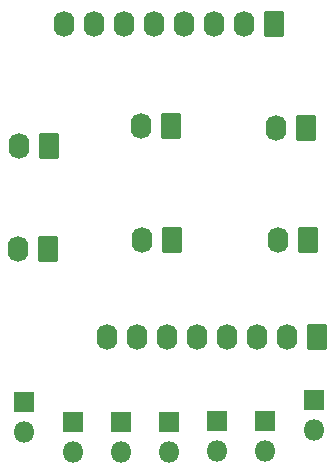
<source format=gbr>
%TF.GenerationSoftware,KiCad,Pcbnew,7.0.9*%
%TF.CreationDate,2023-11-26T05:55:09+10:00*%
%TF.ProjectId,AUDIO-KEYPAD,41554449-4f2d-44b4-9559-5041442e6b69,rev?*%
%TF.SameCoordinates,Original*%
%TF.FileFunction,Soldermask,Top*%
%TF.FilePolarity,Negative*%
%FSLAX46Y46*%
G04 Gerber Fmt 4.6, Leading zero omitted, Abs format (unit mm)*
G04 Created by KiCad (PCBNEW 7.0.9) date 2023-11-26 05:55:09*
%MOMM*%
%LPD*%
G01*
G04 APERTURE LIST*
G04 Aperture macros list*
%AMRoundRect*
0 Rectangle with rounded corners*
0 $1 Rounding radius*
0 $2 $3 $4 $5 $6 $7 $8 $9 X,Y pos of 4 corners*
0 Add a 4 corners polygon primitive as box body*
4,1,4,$2,$3,$4,$5,$6,$7,$8,$9,$2,$3,0*
0 Add four circle primitives for the rounded corners*
1,1,$1+$1,$2,$3*
1,1,$1+$1,$4,$5*
1,1,$1+$1,$6,$7*
1,1,$1+$1,$8,$9*
0 Add four rect primitives between the rounded corners*
20,1,$1+$1,$2,$3,$4,$5,0*
20,1,$1+$1,$4,$5,$6,$7,0*
20,1,$1+$1,$6,$7,$8,$9,0*
20,1,$1+$1,$8,$9,$2,$3,0*%
G04 Aperture macros list end*
%ADD10R,1.800000X1.800000*%
%ADD11O,1.800000X1.800000*%
%ADD12RoundRect,0.250000X0.620000X0.845000X-0.620000X0.845000X-0.620000X-0.845000X0.620000X-0.845000X0*%
%ADD13O,1.740000X2.190000*%
G04 APERTURE END LIST*
D10*
%TO.C,D7*%
X118410000Y-100750000D03*
D11*
X118410000Y-103290000D03*
%TD*%
D10*
%TO.C,D6*%
X122485000Y-100750000D03*
D11*
X122485000Y-103290000D03*
%TD*%
D10*
%TO.C,D5*%
X126670000Y-98980000D03*
D11*
X126670000Y-101520000D03*
%TD*%
D10*
%TO.C,D4*%
X102060000Y-99170000D03*
D11*
X102060000Y-101710000D03*
%TD*%
D10*
%TO.C,D3*%
X106185000Y-100830000D03*
D11*
X106185000Y-103370000D03*
%TD*%
D10*
%TO.C,D2*%
X114335000Y-100805000D03*
D11*
X114335000Y-103345000D03*
%TD*%
%TO.C,D1*%
X110260000Y-103340000D03*
D10*
X110260000Y-100800000D03*
%TD*%
D12*
%TO.C,SW16*%
X125960000Y-75940000D03*
D13*
X123420000Y-75940000D03*
%TD*%
D12*
%TO.C,SW15*%
X114520000Y-75740000D03*
D13*
X111980000Y-75740000D03*
%TD*%
D12*
%TO.C,SW14*%
X114590000Y-85390000D03*
D13*
X112050000Y-85390000D03*
%TD*%
D12*
%TO.C,SW13*%
X126160000Y-85450000D03*
D13*
X123620000Y-85450000D03*
%TD*%
D12*
%TO.C,J4*%
X123270000Y-67110000D03*
D13*
X120730000Y-67110000D03*
X118190000Y-67110000D03*
X115650000Y-67110000D03*
X113110000Y-67110000D03*
X110570000Y-67110000D03*
X108030000Y-67110000D03*
X105490000Y-67110000D03*
%TD*%
D12*
%TO.C,J3*%
X126850000Y-93600000D03*
D13*
X124310000Y-93600000D03*
X121770000Y-93600000D03*
X119230000Y-93600000D03*
X116690000Y-93600000D03*
X114150000Y-93600000D03*
X111610000Y-93600000D03*
X109070000Y-93600000D03*
%TD*%
D12*
%TO.C,J2*%
X104130000Y-86170000D03*
D13*
X101590000Y-86170000D03*
%TD*%
D12*
%TO.C,J1*%
X104200000Y-77450000D03*
D13*
X101660000Y-77450000D03*
%TD*%
M02*

</source>
